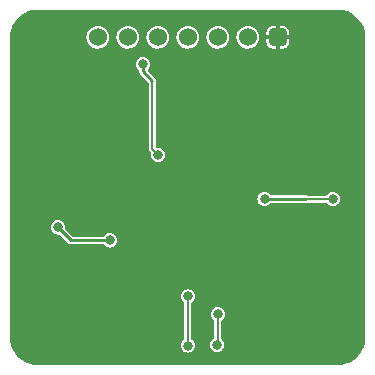
<source format=gbr>
%TF.GenerationSoftware,KiCad,Pcbnew,6.0.4-6f826c9f35~116~ubuntu21.10.1*%
%TF.CreationDate,2023-03-02T20:15:44+02:00*%
%TF.ProjectId,rgbw-light,72676277-2d6c-4696-9768-742e6b696361,rev?*%
%TF.SameCoordinates,Original*%
%TF.FileFunction,Copper,L2,Bot*%
%TF.FilePolarity,Positive*%
%FSLAX46Y46*%
G04 Gerber Fmt 4.6, Leading zero omitted, Abs format (unit mm)*
G04 Created by KiCad (PCBNEW 6.0.4-6f826c9f35~116~ubuntu21.10.1) date 2023-03-02 20:15:44*
%MOMM*%
%LPD*%
G01*
G04 APERTURE LIST*
G04 Aperture macros list*
%AMRoundRect*
0 Rectangle with rounded corners*
0 $1 Rounding radius*
0 $2 $3 $4 $5 $6 $7 $8 $9 X,Y pos of 4 corners*
0 Add a 4 corners polygon primitive as box body*
4,1,4,$2,$3,$4,$5,$6,$7,$8,$9,$2,$3,0*
0 Add four circle primitives for the rounded corners*
1,1,$1+$1,$2,$3*
1,1,$1+$1,$4,$5*
1,1,$1+$1,$6,$7*
1,1,$1+$1,$8,$9*
0 Add four rect primitives between the rounded corners*
20,1,$1+$1,$2,$3,$4,$5,0*
20,1,$1+$1,$4,$5,$6,$7,0*
20,1,$1+$1,$6,$7,$8,$9,0*
20,1,$1+$1,$8,$9,$2,$3,0*%
G04 Aperture macros list end*
%TA.AperFunction,ComponentPad*%
%ADD10RoundRect,0.381000X-0.381000X0.381000X-0.381000X-0.381000X0.381000X-0.381000X0.381000X0.381000X0*%
%TD*%
%TA.AperFunction,ComponentPad*%
%ADD11C,1.524000*%
%TD*%
%TA.AperFunction,ViaPad*%
%ADD12C,0.800000*%
%TD*%
%TA.AperFunction,ViaPad*%
%ADD13C,4.000000*%
%TD*%
%TA.AperFunction,Conductor*%
%ADD14C,0.250000*%
%TD*%
%TA.AperFunction,Conductor*%
%ADD15C,0.200000*%
%TD*%
G04 APERTURE END LIST*
D10*
%TO.P,CN1,1*%
%TO.N,GND*%
X152820000Y-83300000D03*
D11*
%TO.P,CN1,2*%
%TO.N,/Temperature*%
X150280000Y-83300000D03*
%TO.P,CN1,3*%
%TO.N,/W*%
X147740000Y-83300000D03*
%TO.P,CN1,4*%
%TO.N,/B*%
X145200000Y-83300000D03*
%TO.P,CN1,5*%
%TO.N,/G*%
X142660000Y-83300000D03*
%TO.P,CN1,6*%
%TO.N,/R*%
X140120000Y-83300000D03*
%TO.P,CN1,7*%
%TO.N,5V*%
X137580000Y-83300000D03*
%TD*%
D12*
%TO.N,GND*%
X155000000Y-103800000D03*
X151450000Y-93500000D03*
X143950000Y-106500000D03*
X148950000Y-96000000D03*
X141700000Y-96250000D03*
X133700000Y-102500000D03*
X145200000Y-101250000D03*
X149950000Y-90500000D03*
X138200000Y-105500000D03*
X145200000Y-88250000D03*
X137200000Y-95500000D03*
X145950000Y-96000000D03*
X148600000Y-106000000D03*
X152600000Y-106000000D03*
X151200000Y-103750000D03*
D13*
X132500000Y-83300000D03*
D12*
X153200000Y-99000000D03*
D13*
X157900000Y-83300000D03*
D12*
X144450000Y-96000000D03*
D13*
X132500000Y-108700000D03*
D12*
X139450000Y-98750000D03*
X141450000Y-101500000D03*
D13*
X157900000Y-108700000D03*
D12*
X140450000Y-91000000D03*
X148700000Y-101250000D03*
%TO.N,/R*%
X141400000Y-85600000D03*
X142700000Y-93250000D03*
%TO.N,/G*%
X138600000Y-100500000D03*
X134200000Y-99400000D03*
%TO.N,/B*%
X147740000Y-106750000D03*
X147700000Y-109349500D03*
%TO.N,/W*%
X151700000Y-97000000D03*
X157474020Y-97000000D03*
%TO.N,/Temperature*%
X145200000Y-109400000D03*
X145200000Y-105250000D03*
%TD*%
D14*
%TO.N,/G*%
X134200000Y-99400000D02*
X135300000Y-100500000D01*
X135300000Y-100500000D02*
X138600000Y-100500000D01*
%TO.N,/R*%
X141400000Y-85600000D02*
X141400000Y-86187799D01*
X141400000Y-86187799D02*
X142200000Y-86987799D01*
D15*
X142700000Y-93250000D02*
X142200000Y-92750000D01*
X142200000Y-92750000D02*
X142200000Y-86987799D01*
%TO.N,/B*%
X147740000Y-106750000D02*
X147740000Y-109309500D01*
X147740000Y-109309500D02*
X147700000Y-109349500D01*
%TO.N,/W*%
X151700000Y-97000000D02*
X157474020Y-97000000D01*
D14*
X151700000Y-97000000D02*
X155200000Y-97000000D01*
D15*
%TO.N,/Temperature*%
X145200000Y-105250000D02*
X145200000Y-109400000D01*
%TD*%
%TA.AperFunction,Conductor*%
%TO.N,GND*%
G36*
X157888169Y-80963018D02*
G01*
X157899641Y-80965656D01*
X157910517Y-80963195D01*
X157921664Y-80963214D01*
X157921664Y-80963243D01*
X157931772Y-80962422D01*
X158072548Y-80970937D01*
X158176024Y-80977197D01*
X158187880Y-80978636D01*
X158453995Y-81027404D01*
X158465588Y-81030261D01*
X158674696Y-81095422D01*
X158723879Y-81110748D01*
X158735057Y-81114987D01*
X158981763Y-81226020D01*
X158992348Y-81231576D01*
X159223860Y-81371530D01*
X159233699Y-81378321D01*
X159446656Y-81545162D01*
X159455605Y-81553089D01*
X159646911Y-81744395D01*
X159654838Y-81753344D01*
X159821679Y-81966301D01*
X159828470Y-81976140D01*
X159968424Y-82207652D01*
X159973980Y-82218237D01*
X160085013Y-82464943D01*
X160089252Y-82476121D01*
X160097090Y-82501274D01*
X160137823Y-82631988D01*
X160169737Y-82734404D01*
X160172596Y-82746005D01*
X160221364Y-83012122D01*
X160222803Y-83023974D01*
X160237547Y-83267712D01*
X160236724Y-83277627D01*
X160236862Y-83277627D01*
X160236842Y-83288777D01*
X160234344Y-83299641D01*
X160236804Y-83310513D01*
X160237059Y-83311638D01*
X160239500Y-83333488D01*
X160239500Y-108665983D01*
X160236982Y-108688169D01*
X160234344Y-108699641D01*
X160236805Y-108710517D01*
X160236786Y-108721664D01*
X160236757Y-108721664D01*
X160237578Y-108731772D01*
X160222804Y-108976018D01*
X160221364Y-108987880D01*
X160173389Y-109249674D01*
X160172598Y-109253988D01*
X160169739Y-109265588D01*
X160125850Y-109406434D01*
X160089252Y-109523879D01*
X160085013Y-109535057D01*
X159973980Y-109781763D01*
X159968424Y-109792348D01*
X159828470Y-110023860D01*
X159821679Y-110033699D01*
X159654838Y-110246656D01*
X159646911Y-110255605D01*
X159455605Y-110446911D01*
X159446656Y-110454838D01*
X159233699Y-110621679D01*
X159223860Y-110628470D01*
X158992348Y-110768424D01*
X158981763Y-110773980D01*
X158735057Y-110885013D01*
X158723879Y-110889252D01*
X158465588Y-110969739D01*
X158453995Y-110972596D01*
X158187878Y-111021364D01*
X158176026Y-111022803D01*
X157932287Y-111037547D01*
X157922373Y-111036724D01*
X157922373Y-111036862D01*
X157911223Y-111036842D01*
X157900359Y-111034344D01*
X157888359Y-111037059D01*
X157866512Y-111039500D01*
X132534017Y-111039500D01*
X132511831Y-111036982D01*
X132511801Y-111036975D01*
X132500359Y-111034344D01*
X132489483Y-111036805D01*
X132478336Y-111036786D01*
X132478336Y-111036757D01*
X132468228Y-111037578D01*
X132327452Y-111029063D01*
X132223976Y-111022803D01*
X132212120Y-111021364D01*
X131946005Y-110972596D01*
X131934412Y-110969739D01*
X131676121Y-110889252D01*
X131664943Y-110885013D01*
X131418237Y-110773980D01*
X131407652Y-110768424D01*
X131176140Y-110628470D01*
X131166301Y-110621679D01*
X130953344Y-110454838D01*
X130944395Y-110446911D01*
X130753089Y-110255605D01*
X130745162Y-110246656D01*
X130578321Y-110033699D01*
X130571530Y-110023860D01*
X130431576Y-109792348D01*
X130426020Y-109781763D01*
X130314987Y-109535057D01*
X130310748Y-109523879D01*
X130274150Y-109406434D01*
X130272145Y-109400000D01*
X144594318Y-109400000D01*
X144614956Y-109556762D01*
X144675464Y-109702841D01*
X144771718Y-109828282D01*
X144897159Y-109924536D01*
X145043238Y-109985044D01*
X145200000Y-110005682D01*
X145356762Y-109985044D01*
X145502841Y-109924536D01*
X145628282Y-109828282D01*
X145724536Y-109702841D01*
X145785044Y-109556762D01*
X145805682Y-109400000D01*
X145799034Y-109349500D01*
X147094318Y-109349500D01*
X147114956Y-109506262D01*
X147175464Y-109652341D01*
X147271718Y-109777782D01*
X147397159Y-109874036D01*
X147543238Y-109934544D01*
X147700000Y-109955182D01*
X147856762Y-109934544D01*
X148002841Y-109874036D01*
X148128282Y-109777782D01*
X148224536Y-109652341D01*
X148285044Y-109506262D01*
X148305682Y-109349500D01*
X148285044Y-109192738D01*
X148224536Y-109046659D01*
X148128282Y-108921218D01*
X148079233Y-108883581D01*
X148044577Y-108833158D01*
X148040500Y-108805040D01*
X148040500Y-107325154D01*
X148059407Y-107266963D01*
X148079232Y-107246612D01*
X148168282Y-107178282D01*
X148264536Y-107052841D01*
X148325044Y-106906762D01*
X148345682Y-106750000D01*
X148325044Y-106593238D01*
X148264536Y-106447159D01*
X148168282Y-106321718D01*
X148042841Y-106225464D01*
X147896762Y-106164956D01*
X147740000Y-106144318D01*
X147583238Y-106164956D01*
X147437159Y-106225464D01*
X147311718Y-106321718D01*
X147215464Y-106447159D01*
X147154956Y-106593238D01*
X147134318Y-106750000D01*
X147154956Y-106906762D01*
X147215464Y-107052841D01*
X147311718Y-107178282D01*
X147400768Y-107246612D01*
X147435423Y-107297037D01*
X147439500Y-107325154D01*
X147439500Y-108744339D01*
X147420593Y-108802530D01*
X147396553Y-108824175D01*
X147397159Y-108824964D01*
X147271718Y-108921218D01*
X147175464Y-109046659D01*
X147114956Y-109192738D01*
X147094318Y-109349500D01*
X145799034Y-109349500D01*
X145785044Y-109243238D01*
X145724536Y-109097159D01*
X145628282Y-108971718D01*
X145539232Y-108903387D01*
X145504577Y-108852963D01*
X145500500Y-108824846D01*
X145500500Y-105825154D01*
X145519407Y-105766963D01*
X145539232Y-105746612D01*
X145628282Y-105678282D01*
X145724536Y-105552841D01*
X145785044Y-105406762D01*
X145805682Y-105250000D01*
X145785044Y-105093238D01*
X145724536Y-104947159D01*
X145628282Y-104821718D01*
X145502841Y-104725464D01*
X145356762Y-104664956D01*
X145200000Y-104644318D01*
X145043238Y-104664956D01*
X144897159Y-104725464D01*
X144771718Y-104821718D01*
X144675464Y-104947159D01*
X144614956Y-105093238D01*
X144594318Y-105250000D01*
X144614956Y-105406762D01*
X144675464Y-105552841D01*
X144771718Y-105678282D01*
X144860768Y-105746612D01*
X144895423Y-105797037D01*
X144899500Y-105825154D01*
X144899500Y-108824846D01*
X144880593Y-108883037D01*
X144860769Y-108903387D01*
X144771718Y-108971718D01*
X144675464Y-109097159D01*
X144614956Y-109243238D01*
X144594318Y-109400000D01*
X130272145Y-109400000D01*
X130230261Y-109265588D01*
X130227402Y-109253988D01*
X130226612Y-109249674D01*
X130178636Y-108987880D01*
X130177196Y-108976018D01*
X130162469Y-108732548D01*
X130164207Y-108711810D01*
X130163747Y-108711757D01*
X130164389Y-108706179D01*
X130165655Y-108700718D01*
X130165656Y-108700000D01*
X130164412Y-108694545D01*
X130162980Y-108688266D01*
X130160500Y-108666248D01*
X130160500Y-99400000D01*
X133594318Y-99400000D01*
X133614956Y-99556762D01*
X133675464Y-99702841D01*
X133771718Y-99828282D01*
X133897159Y-99924536D01*
X134043238Y-99985044D01*
X134200000Y-100005682D01*
X134280042Y-99995144D01*
X134340201Y-100006294D01*
X134362967Y-100023293D01*
X135056731Y-100717057D01*
X135062565Y-100723424D01*
X135087545Y-100753194D01*
X135121205Y-100772627D01*
X135128489Y-100777268D01*
X135160316Y-100799554D01*
X135168684Y-100801796D01*
X135173971Y-100804262D01*
X135179456Y-100806258D01*
X135186955Y-100810588D01*
X135195481Y-100812091D01*
X135195483Y-100812092D01*
X135225216Y-100817334D01*
X135233650Y-100819204D01*
X135271193Y-100829264D01*
X135279822Y-100828509D01*
X135309905Y-100825877D01*
X135318534Y-100825500D01*
X138044030Y-100825500D01*
X138102221Y-100844407D01*
X138122571Y-100864232D01*
X138171718Y-100928282D01*
X138297159Y-101024536D01*
X138443238Y-101085044D01*
X138600000Y-101105682D01*
X138756762Y-101085044D01*
X138902841Y-101024536D01*
X139028282Y-100928282D01*
X139124536Y-100802841D01*
X139185044Y-100656762D01*
X139205682Y-100500000D01*
X139185044Y-100343238D01*
X139124536Y-100197159D01*
X139028282Y-100071718D01*
X138902841Y-99975464D01*
X138756762Y-99914956D01*
X138600000Y-99894318D01*
X138443238Y-99914956D01*
X138297159Y-99975464D01*
X138171718Y-100071718D01*
X138167764Y-100076871D01*
X138122572Y-100135767D01*
X138072148Y-100170423D01*
X138044030Y-100174500D01*
X135475834Y-100174500D01*
X135417643Y-100155593D01*
X135405830Y-100145504D01*
X134823293Y-99562967D01*
X134795516Y-99508450D01*
X134795144Y-99480045D01*
X134805682Y-99400000D01*
X134785044Y-99243238D01*
X134724536Y-99097159D01*
X134628282Y-98971718D01*
X134502841Y-98875464D01*
X134356762Y-98814956D01*
X134200000Y-98794318D01*
X134043238Y-98814956D01*
X133897159Y-98875464D01*
X133771718Y-98971718D01*
X133675464Y-99097159D01*
X133614956Y-99243238D01*
X133594318Y-99400000D01*
X130160500Y-99400000D01*
X130160500Y-97000000D01*
X151094318Y-97000000D01*
X151114956Y-97156762D01*
X151175464Y-97302841D01*
X151271718Y-97428282D01*
X151397159Y-97524536D01*
X151543238Y-97585044D01*
X151700000Y-97605682D01*
X151856762Y-97585044D01*
X152002841Y-97524536D01*
X152128282Y-97428282D01*
X152177429Y-97364233D01*
X152227852Y-97329577D01*
X152255970Y-97325500D01*
X155228475Y-97325500D01*
X155313045Y-97310588D01*
X155320272Y-97306415D01*
X155353821Y-97300500D01*
X156898866Y-97300500D01*
X156957057Y-97319407D01*
X156977407Y-97339231D01*
X157045738Y-97428282D01*
X157171179Y-97524536D01*
X157317258Y-97585044D01*
X157474020Y-97605682D01*
X157630782Y-97585044D01*
X157776861Y-97524536D01*
X157902302Y-97428282D01*
X157998556Y-97302841D01*
X158059064Y-97156762D01*
X158079702Y-97000000D01*
X158059064Y-96843238D01*
X157998556Y-96697159D01*
X157902302Y-96571718D01*
X157776861Y-96475464D01*
X157630782Y-96414956D01*
X157474020Y-96394318D01*
X157317258Y-96414956D01*
X157171179Y-96475464D01*
X157045738Y-96571718D01*
X156996592Y-96635767D01*
X156977408Y-96660768D01*
X156926983Y-96695423D01*
X156898866Y-96699500D01*
X155353821Y-96699500D01*
X155320272Y-96693585D01*
X155313045Y-96689412D01*
X155228475Y-96674500D01*
X152255970Y-96674500D01*
X152197779Y-96655593D01*
X152177428Y-96635767D01*
X152132236Y-96576871D01*
X152128282Y-96571718D01*
X152002841Y-96475464D01*
X151856762Y-96414956D01*
X151700000Y-96394318D01*
X151543238Y-96414956D01*
X151397159Y-96475464D01*
X151271718Y-96571718D01*
X151175464Y-96697159D01*
X151114956Y-96843238D01*
X151094318Y-97000000D01*
X130160500Y-97000000D01*
X130160500Y-85600000D01*
X140794318Y-85600000D01*
X140814956Y-85756762D01*
X140875464Y-85902841D01*
X140971718Y-86028282D01*
X140995427Y-86046474D01*
X141035767Y-86077428D01*
X141070423Y-86127852D01*
X141074500Y-86155970D01*
X141074500Y-86169265D01*
X141074123Y-86177894D01*
X141070736Y-86216606D01*
X141072978Y-86224973D01*
X141080796Y-86254148D01*
X141082666Y-86262582D01*
X141089412Y-86300844D01*
X141093742Y-86308343D01*
X141095738Y-86313828D01*
X141098204Y-86319115D01*
X141100446Y-86327483D01*
X141121013Y-86356855D01*
X141122732Y-86359310D01*
X141127371Y-86366591D01*
X141146806Y-86400254D01*
X141176571Y-86425230D01*
X141182939Y-86431064D01*
X141870504Y-87118629D01*
X141898281Y-87173146D01*
X141899500Y-87188633D01*
X141899500Y-92696492D01*
X141899197Y-92700617D01*
X141897575Y-92705342D01*
X141897918Y-92714476D01*
X141899430Y-92754761D01*
X141899500Y-92758474D01*
X141899500Y-92777948D01*
X141900325Y-92782378D01*
X141900661Y-92787571D01*
X141901774Y-92817208D01*
X141905380Y-92825602D01*
X141905381Y-92825605D01*
X141906317Y-92827783D01*
X141912683Y-92848734D01*
X141914791Y-92860053D01*
X141919588Y-92867835D01*
X141928768Y-92882728D01*
X141935451Y-92895595D01*
X141945964Y-92920063D01*
X141949978Y-92924949D01*
X141954342Y-92929313D01*
X141968613Y-92947368D01*
X141973532Y-92955348D01*
X141996769Y-92973018D01*
X142006839Y-92981810D01*
X142080820Y-93055791D01*
X142108597Y-93110308D01*
X142108969Y-93138714D01*
X142094318Y-93250000D01*
X142114956Y-93406762D01*
X142175464Y-93552841D01*
X142271718Y-93678282D01*
X142397159Y-93774536D01*
X142543238Y-93835044D01*
X142700000Y-93855682D01*
X142856762Y-93835044D01*
X143002841Y-93774536D01*
X143128282Y-93678282D01*
X143224536Y-93552841D01*
X143285044Y-93406762D01*
X143305682Y-93250000D01*
X143285044Y-93093238D01*
X143224536Y-92947159D01*
X143128282Y-92821718D01*
X143002841Y-92725464D01*
X142856762Y-92664956D01*
X142700000Y-92644318D01*
X142612421Y-92655848D01*
X142552261Y-92644698D01*
X142510144Y-92600316D01*
X142500500Y-92557695D01*
X142500500Y-87135523D01*
X142509775Y-87093685D01*
X142515599Y-87081195D01*
X142515600Y-87081192D01*
X142519259Y-87073345D01*
X142529264Y-86958992D01*
X142499554Y-86848115D01*
X142450298Y-86777771D01*
X141833950Y-86161423D01*
X141806173Y-86106906D01*
X141815744Y-86046474D01*
X141828718Y-86028616D01*
X141828282Y-86028282D01*
X141920585Y-85907990D01*
X141924536Y-85902841D01*
X141985044Y-85756762D01*
X142005682Y-85600000D01*
X141985044Y-85443238D01*
X141924536Y-85297159D01*
X141828282Y-85171718D01*
X141702841Y-85075464D01*
X141556762Y-85014956D01*
X141400000Y-84994318D01*
X141243238Y-85014956D01*
X141097159Y-85075464D01*
X140971718Y-85171718D01*
X140875464Y-85297159D01*
X140814956Y-85443238D01*
X140794318Y-85600000D01*
X130160500Y-85600000D01*
X130160500Y-83334281D01*
X130163057Y-83311926D01*
X130163141Y-83311565D01*
X130165655Y-83300718D01*
X130165656Y-83300000D01*
X130164413Y-83294549D01*
X130163791Y-83288995D01*
X130164159Y-83288954D01*
X130163957Y-83286496D01*
X136612937Y-83286496D01*
X136615954Y-83322427D01*
X136627984Y-83465680D01*
X136628732Y-83474590D01*
X136630065Y-83479238D01*
X136630065Y-83479239D01*
X136640111Y-83514272D01*
X136680760Y-83656034D01*
X136682975Y-83660344D01*
X136764827Y-83819612D01*
X136764830Y-83819616D01*
X136767040Y-83823917D01*
X136884285Y-83971844D01*
X136887972Y-83974982D01*
X136887974Y-83974984D01*
X137024342Y-84091042D01*
X137024347Y-84091045D01*
X137028030Y-84094180D01*
X137032253Y-84096540D01*
X137032257Y-84096543D01*
X137072046Y-84118780D01*
X137192800Y-84186267D01*
X137207321Y-84190985D01*
X137367718Y-84243101D01*
X137367721Y-84243102D01*
X137372317Y-84244595D01*
X137377113Y-84245167D01*
X137377118Y-84245168D01*
X137466031Y-84255770D01*
X137559745Y-84266945D01*
X137564567Y-84266574D01*
X137564570Y-84266574D01*
X137629522Y-84261576D01*
X137747945Y-84252464D01*
X137929748Y-84201703D01*
X138098229Y-84116598D01*
X138246970Y-84000388D01*
X138250132Y-83996725D01*
X138250137Y-83996720D01*
X138367143Y-83861166D01*
X138370307Y-83857501D01*
X138381007Y-83838667D01*
X138461153Y-83697584D01*
X138461154Y-83697581D01*
X138463542Y-83693378D01*
X138477515Y-83651376D01*
X138521596Y-83518863D01*
X138521596Y-83518861D01*
X138523123Y-83514272D01*
X138546780Y-83327005D01*
X138547157Y-83300000D01*
X138545833Y-83286496D01*
X139152937Y-83286496D01*
X139155954Y-83322427D01*
X139167984Y-83465680D01*
X139168732Y-83474590D01*
X139170065Y-83479238D01*
X139170065Y-83479239D01*
X139180111Y-83514272D01*
X139220760Y-83656034D01*
X139222975Y-83660344D01*
X139304827Y-83819612D01*
X139304830Y-83819616D01*
X139307040Y-83823917D01*
X139424285Y-83971844D01*
X139427972Y-83974982D01*
X139427974Y-83974984D01*
X139564342Y-84091042D01*
X139564347Y-84091045D01*
X139568030Y-84094180D01*
X139572253Y-84096540D01*
X139572257Y-84096543D01*
X139612046Y-84118780D01*
X139732800Y-84186267D01*
X139747321Y-84190985D01*
X139907718Y-84243101D01*
X139907721Y-84243102D01*
X139912317Y-84244595D01*
X139917113Y-84245167D01*
X139917118Y-84245168D01*
X140006031Y-84255770D01*
X140099745Y-84266945D01*
X140104567Y-84266574D01*
X140104570Y-84266574D01*
X140169522Y-84261576D01*
X140287945Y-84252464D01*
X140469748Y-84201703D01*
X140638229Y-84116598D01*
X140786970Y-84000388D01*
X140790132Y-83996725D01*
X140790137Y-83996720D01*
X140907143Y-83861166D01*
X140910307Y-83857501D01*
X140921007Y-83838667D01*
X141001153Y-83697584D01*
X141001154Y-83697581D01*
X141003542Y-83693378D01*
X141017515Y-83651376D01*
X141061596Y-83518863D01*
X141061596Y-83518861D01*
X141063123Y-83514272D01*
X141086780Y-83327005D01*
X141087157Y-83300000D01*
X141085833Y-83286496D01*
X141692937Y-83286496D01*
X141695954Y-83322427D01*
X141707984Y-83465680D01*
X141708732Y-83474590D01*
X141710065Y-83479238D01*
X141710065Y-83479239D01*
X141720111Y-83514272D01*
X141760760Y-83656034D01*
X141762975Y-83660344D01*
X141844827Y-83819612D01*
X141844830Y-83819616D01*
X141847040Y-83823917D01*
X141964285Y-83971844D01*
X141967972Y-83974982D01*
X141967974Y-83974984D01*
X142104342Y-84091042D01*
X142104347Y-84091045D01*
X142108030Y-84094180D01*
X142112253Y-84096540D01*
X142112257Y-84096543D01*
X142152046Y-84118780D01*
X142272800Y-84186267D01*
X142287321Y-84190985D01*
X142447718Y-84243101D01*
X142447721Y-84243102D01*
X142452317Y-84244595D01*
X142457113Y-84245167D01*
X142457118Y-84245168D01*
X142546031Y-84255770D01*
X142639745Y-84266945D01*
X142644567Y-84266574D01*
X142644570Y-84266574D01*
X142709522Y-84261576D01*
X142827945Y-84252464D01*
X143009748Y-84201703D01*
X143178229Y-84116598D01*
X143326970Y-84000388D01*
X143330132Y-83996725D01*
X143330137Y-83996720D01*
X143447143Y-83861166D01*
X143450307Y-83857501D01*
X143461007Y-83838667D01*
X143541153Y-83697584D01*
X143541154Y-83697581D01*
X143543542Y-83693378D01*
X143557515Y-83651376D01*
X143601596Y-83518863D01*
X143601596Y-83518861D01*
X143603123Y-83514272D01*
X143626780Y-83327005D01*
X143627157Y-83300000D01*
X143625833Y-83286496D01*
X144232937Y-83286496D01*
X144235954Y-83322427D01*
X144247984Y-83465680D01*
X144248732Y-83474590D01*
X144250065Y-83479238D01*
X144250065Y-83479239D01*
X144260111Y-83514272D01*
X144300760Y-83656034D01*
X144302975Y-83660344D01*
X144384827Y-83819612D01*
X144384830Y-83819616D01*
X144387040Y-83823917D01*
X144504285Y-83971844D01*
X144507972Y-83974982D01*
X144507974Y-83974984D01*
X144644342Y-84091042D01*
X144644347Y-84091045D01*
X144648030Y-84094180D01*
X144652253Y-84096540D01*
X144652257Y-84096543D01*
X144692046Y-84118780D01*
X144812800Y-84186267D01*
X144827321Y-84190985D01*
X144987718Y-84243101D01*
X144987721Y-84243102D01*
X144992317Y-84244595D01*
X144997113Y-84245167D01*
X144997118Y-84245168D01*
X145086031Y-84255770D01*
X145179745Y-84266945D01*
X145184567Y-84266574D01*
X145184570Y-84266574D01*
X145249522Y-84261576D01*
X145367945Y-84252464D01*
X145549748Y-84201703D01*
X145718229Y-84116598D01*
X145866970Y-84000388D01*
X145870132Y-83996725D01*
X145870137Y-83996720D01*
X145987143Y-83861166D01*
X145990307Y-83857501D01*
X146001007Y-83838667D01*
X146081153Y-83697584D01*
X146081154Y-83697581D01*
X146083542Y-83693378D01*
X146097515Y-83651376D01*
X146141596Y-83518863D01*
X146141596Y-83518861D01*
X146143123Y-83514272D01*
X146166780Y-83327005D01*
X146167157Y-83300000D01*
X146165833Y-83286496D01*
X146772937Y-83286496D01*
X146775954Y-83322427D01*
X146787984Y-83465680D01*
X146788732Y-83474590D01*
X146790065Y-83479238D01*
X146790065Y-83479239D01*
X146800111Y-83514272D01*
X146840760Y-83656034D01*
X146842975Y-83660344D01*
X146924827Y-83819612D01*
X146924830Y-83819616D01*
X146927040Y-83823917D01*
X147044285Y-83971844D01*
X147047972Y-83974982D01*
X147047974Y-83974984D01*
X147184342Y-84091042D01*
X147184347Y-84091045D01*
X147188030Y-84094180D01*
X147192253Y-84096540D01*
X147192257Y-84096543D01*
X147232046Y-84118780D01*
X147352800Y-84186267D01*
X147367321Y-84190985D01*
X147527718Y-84243101D01*
X147527721Y-84243102D01*
X147532317Y-84244595D01*
X147537113Y-84245167D01*
X147537118Y-84245168D01*
X147626031Y-84255770D01*
X147719745Y-84266945D01*
X147724567Y-84266574D01*
X147724570Y-84266574D01*
X147789522Y-84261576D01*
X147907945Y-84252464D01*
X148089748Y-84201703D01*
X148258229Y-84116598D01*
X148406970Y-84000388D01*
X148410132Y-83996725D01*
X148410137Y-83996720D01*
X148527143Y-83861166D01*
X148530307Y-83857501D01*
X148541007Y-83838667D01*
X148621153Y-83697584D01*
X148621154Y-83697581D01*
X148623542Y-83693378D01*
X148637515Y-83651376D01*
X148681596Y-83518863D01*
X148681596Y-83518861D01*
X148683123Y-83514272D01*
X148706780Y-83327005D01*
X148707157Y-83300000D01*
X148705833Y-83286496D01*
X149312937Y-83286496D01*
X149315954Y-83322427D01*
X149327984Y-83465680D01*
X149328732Y-83474590D01*
X149330065Y-83479238D01*
X149330065Y-83479239D01*
X149340111Y-83514272D01*
X149380760Y-83656034D01*
X149382975Y-83660344D01*
X149464827Y-83819612D01*
X149464830Y-83819616D01*
X149467040Y-83823917D01*
X149584285Y-83971844D01*
X149587972Y-83974982D01*
X149587974Y-83974984D01*
X149724342Y-84091042D01*
X149724347Y-84091045D01*
X149728030Y-84094180D01*
X149732253Y-84096540D01*
X149732257Y-84096543D01*
X149772046Y-84118780D01*
X149892800Y-84186267D01*
X149907321Y-84190985D01*
X150067718Y-84243101D01*
X150067721Y-84243102D01*
X150072317Y-84244595D01*
X150077113Y-84245167D01*
X150077118Y-84245168D01*
X150166031Y-84255770D01*
X150259745Y-84266945D01*
X150264567Y-84266574D01*
X150264570Y-84266574D01*
X150329522Y-84261576D01*
X150447945Y-84252464D01*
X150629748Y-84201703D01*
X150798229Y-84116598D01*
X150946970Y-84000388D01*
X150950132Y-83996725D01*
X150950137Y-83996720D01*
X151067143Y-83861166D01*
X151070307Y-83857501D01*
X151081007Y-83838667D01*
X151150786Y-83715834D01*
X151858001Y-83715834D01*
X151858424Y-83722292D01*
X151872108Y-83826236D01*
X151875439Y-83838667D01*
X151929015Y-83968012D01*
X151935449Y-83979156D01*
X152020672Y-84090221D01*
X152029779Y-84099328D01*
X152140845Y-84184551D01*
X152151989Y-84190985D01*
X152281332Y-84244561D01*
X152293765Y-84247892D01*
X152397710Y-84261577D01*
X152404164Y-84262000D01*
X152654320Y-84262000D01*
X152667005Y-84257878D01*
X152670000Y-84253757D01*
X152670000Y-84246319D01*
X152970000Y-84246319D01*
X152974122Y-84259004D01*
X152978243Y-84261999D01*
X153235834Y-84261999D01*
X153242292Y-84261576D01*
X153346236Y-84247892D01*
X153358667Y-84244561D01*
X153488012Y-84190985D01*
X153499156Y-84184551D01*
X153610221Y-84099328D01*
X153619328Y-84090221D01*
X153704551Y-83979155D01*
X153710985Y-83968011D01*
X153764561Y-83838668D01*
X153767892Y-83826235D01*
X153781577Y-83722290D01*
X153782000Y-83715836D01*
X153782000Y-83465680D01*
X153777878Y-83452995D01*
X153773757Y-83450000D01*
X152985680Y-83450000D01*
X152972995Y-83454122D01*
X152970000Y-83458243D01*
X152970000Y-84246319D01*
X152670000Y-84246319D01*
X152670000Y-83465680D01*
X152665878Y-83452995D01*
X152661757Y-83450000D01*
X151873681Y-83450000D01*
X151860996Y-83454122D01*
X151858001Y-83458243D01*
X151858001Y-83715834D01*
X151150786Y-83715834D01*
X151161153Y-83697584D01*
X151161154Y-83697581D01*
X151163542Y-83693378D01*
X151177515Y-83651376D01*
X151221596Y-83518863D01*
X151221596Y-83518861D01*
X151223123Y-83514272D01*
X151246780Y-83327005D01*
X151247157Y-83300000D01*
X151232156Y-83147005D01*
X151230912Y-83134320D01*
X151858000Y-83134320D01*
X151862122Y-83147005D01*
X151866243Y-83150000D01*
X152654320Y-83150000D01*
X152667005Y-83145878D01*
X152670000Y-83141757D01*
X152670000Y-83134320D01*
X152970000Y-83134320D01*
X152974122Y-83147005D01*
X152978243Y-83150000D01*
X153766319Y-83150000D01*
X153779004Y-83145878D01*
X153781999Y-83141757D01*
X153781999Y-82884166D01*
X153781576Y-82877708D01*
X153767892Y-82773764D01*
X153764561Y-82761333D01*
X153710985Y-82631988D01*
X153704551Y-82620844D01*
X153619328Y-82509779D01*
X153610221Y-82500672D01*
X153499155Y-82415449D01*
X153488011Y-82409015D01*
X153358668Y-82355439D01*
X153346235Y-82352108D01*
X153242290Y-82338423D01*
X153235836Y-82338000D01*
X152985680Y-82338000D01*
X152972995Y-82342122D01*
X152970000Y-82346243D01*
X152970000Y-83134320D01*
X152670000Y-83134320D01*
X152670000Y-82353681D01*
X152665878Y-82340996D01*
X152661757Y-82338001D01*
X152404166Y-82338001D01*
X152397708Y-82338424D01*
X152293764Y-82352108D01*
X152281333Y-82355439D01*
X152151988Y-82409015D01*
X152140844Y-82415449D01*
X152029779Y-82500672D01*
X152020672Y-82509779D01*
X151935449Y-82620845D01*
X151929015Y-82631989D01*
X151875439Y-82761332D01*
X151872108Y-82773765D01*
X151858423Y-82877710D01*
X151858000Y-82884164D01*
X151858000Y-83134320D01*
X151230912Y-83134320D01*
X151229210Y-83116955D01*
X151229209Y-83116951D01*
X151228738Y-83112145D01*
X151174181Y-82931445D01*
X151085566Y-82764783D01*
X150966266Y-82618508D01*
X150820827Y-82498191D01*
X150654788Y-82408414D01*
X150474474Y-82352597D01*
X150462524Y-82351341D01*
X150291568Y-82333373D01*
X150291566Y-82333373D01*
X150286752Y-82332867D01*
X150231883Y-82337860D01*
X150103592Y-82349535D01*
X150103588Y-82349536D01*
X150098773Y-82349974D01*
X150080205Y-82355439D01*
X149922344Y-82401900D01*
X149922341Y-82401901D01*
X149917697Y-82403268D01*
X149894397Y-82415449D01*
X149754717Y-82488471D01*
X149754713Y-82488474D01*
X149750420Y-82490718D01*
X149746644Y-82493754D01*
X149746641Y-82493756D01*
X149607088Y-82605960D01*
X149603316Y-82608993D01*
X149600207Y-82612698D01*
X149600204Y-82612701D01*
X149535996Y-82689221D01*
X149481986Y-82753588D01*
X149391052Y-82918996D01*
X149333978Y-83098917D01*
X149332494Y-83112145D01*
X149315015Y-83267973D01*
X149312937Y-83286496D01*
X148705833Y-83286496D01*
X148692156Y-83147005D01*
X148689210Y-83116955D01*
X148689209Y-83116951D01*
X148688738Y-83112145D01*
X148634181Y-82931445D01*
X148545566Y-82764783D01*
X148426266Y-82618508D01*
X148280827Y-82498191D01*
X148114788Y-82408414D01*
X147934474Y-82352597D01*
X147922524Y-82351341D01*
X147751568Y-82333373D01*
X147751566Y-82333373D01*
X147746752Y-82332867D01*
X147691883Y-82337860D01*
X147563592Y-82349535D01*
X147563588Y-82349536D01*
X147558773Y-82349974D01*
X147540205Y-82355439D01*
X147382344Y-82401900D01*
X147382341Y-82401901D01*
X147377697Y-82403268D01*
X147354397Y-82415449D01*
X147214717Y-82488471D01*
X147214713Y-82488474D01*
X147210420Y-82490718D01*
X147206644Y-82493754D01*
X147206641Y-82493756D01*
X147067088Y-82605960D01*
X147063316Y-82608993D01*
X147060207Y-82612698D01*
X147060204Y-82612701D01*
X146995996Y-82689221D01*
X146941986Y-82753588D01*
X146851052Y-82918996D01*
X146793978Y-83098917D01*
X146792494Y-83112145D01*
X146775015Y-83267973D01*
X146772937Y-83286496D01*
X146165833Y-83286496D01*
X146152156Y-83147005D01*
X146149210Y-83116955D01*
X146149209Y-83116951D01*
X146148738Y-83112145D01*
X146094181Y-82931445D01*
X146005566Y-82764783D01*
X145886266Y-82618508D01*
X145740827Y-82498191D01*
X145574788Y-82408414D01*
X145394474Y-82352597D01*
X145382524Y-82351341D01*
X145211568Y-82333373D01*
X145211566Y-82333373D01*
X145206752Y-82332867D01*
X145151883Y-82337860D01*
X145023592Y-82349535D01*
X145023588Y-82349536D01*
X145018773Y-82349974D01*
X145000205Y-82355439D01*
X144842344Y-82401900D01*
X144842341Y-82401901D01*
X144837697Y-82403268D01*
X144814397Y-82415449D01*
X144674717Y-82488471D01*
X144674713Y-82488474D01*
X144670420Y-82490718D01*
X144666644Y-82493754D01*
X144666641Y-82493756D01*
X144527088Y-82605960D01*
X144523316Y-82608993D01*
X144520207Y-82612698D01*
X144520204Y-82612701D01*
X144455996Y-82689221D01*
X144401986Y-82753588D01*
X144311052Y-82918996D01*
X144253978Y-83098917D01*
X144252494Y-83112145D01*
X144235015Y-83267973D01*
X144232937Y-83286496D01*
X143625833Y-83286496D01*
X143612156Y-83147005D01*
X143609210Y-83116955D01*
X143609209Y-83116951D01*
X143608738Y-83112145D01*
X143554181Y-82931445D01*
X143465566Y-82764783D01*
X143346266Y-82618508D01*
X143200827Y-82498191D01*
X143034788Y-82408414D01*
X142854474Y-82352597D01*
X142842524Y-82351341D01*
X142671568Y-82333373D01*
X142671566Y-82333373D01*
X142666752Y-82332867D01*
X142611883Y-82337860D01*
X142483592Y-82349535D01*
X142483588Y-82349536D01*
X142478773Y-82349974D01*
X142460205Y-82355439D01*
X142302344Y-82401900D01*
X142302341Y-82401901D01*
X142297697Y-82403268D01*
X142274397Y-82415449D01*
X142134717Y-82488471D01*
X142134713Y-82488474D01*
X142130420Y-82490718D01*
X142126644Y-82493754D01*
X142126641Y-82493756D01*
X141987088Y-82605960D01*
X141983316Y-82608993D01*
X141980207Y-82612698D01*
X141980204Y-82612701D01*
X141915996Y-82689221D01*
X141861986Y-82753588D01*
X141771052Y-82918996D01*
X141713978Y-83098917D01*
X141712494Y-83112145D01*
X141695015Y-83267973D01*
X141692937Y-83286496D01*
X141085833Y-83286496D01*
X141072156Y-83147005D01*
X141069210Y-83116955D01*
X141069209Y-83116951D01*
X141068738Y-83112145D01*
X141014181Y-82931445D01*
X140925566Y-82764783D01*
X140806266Y-82618508D01*
X140660827Y-82498191D01*
X140494788Y-82408414D01*
X140314474Y-82352597D01*
X140302524Y-82351341D01*
X140131568Y-82333373D01*
X140131566Y-82333373D01*
X140126752Y-82332867D01*
X140071883Y-82337860D01*
X139943592Y-82349535D01*
X139943588Y-82349536D01*
X139938773Y-82349974D01*
X139920205Y-82355439D01*
X139762344Y-82401900D01*
X139762341Y-82401901D01*
X139757697Y-82403268D01*
X139734397Y-82415449D01*
X139594717Y-82488471D01*
X139594713Y-82488474D01*
X139590420Y-82490718D01*
X139586644Y-82493754D01*
X139586641Y-82493756D01*
X139447088Y-82605960D01*
X139443316Y-82608993D01*
X139440207Y-82612698D01*
X139440204Y-82612701D01*
X139375996Y-82689221D01*
X139321986Y-82753588D01*
X139231052Y-82918996D01*
X139173978Y-83098917D01*
X139172494Y-83112145D01*
X139155015Y-83267973D01*
X139152937Y-83286496D01*
X138545833Y-83286496D01*
X138532156Y-83147005D01*
X138529210Y-83116955D01*
X138529209Y-83116951D01*
X138528738Y-83112145D01*
X138474181Y-82931445D01*
X138385566Y-82764783D01*
X138266266Y-82618508D01*
X138120827Y-82498191D01*
X137954788Y-82408414D01*
X137774474Y-82352597D01*
X137762524Y-82351341D01*
X137591568Y-82333373D01*
X137591566Y-82333373D01*
X137586752Y-82332867D01*
X137531883Y-82337860D01*
X137403592Y-82349535D01*
X137403588Y-82349536D01*
X137398773Y-82349974D01*
X137380205Y-82355439D01*
X137222344Y-82401900D01*
X137222341Y-82401901D01*
X137217697Y-82403268D01*
X137194397Y-82415449D01*
X137054717Y-82488471D01*
X137054713Y-82488474D01*
X137050420Y-82490718D01*
X137046644Y-82493754D01*
X137046641Y-82493756D01*
X136907088Y-82605960D01*
X136903316Y-82608993D01*
X136900207Y-82612698D01*
X136900204Y-82612701D01*
X136835996Y-82689221D01*
X136781986Y-82753588D01*
X136691052Y-82918996D01*
X136633978Y-83098917D01*
X136632494Y-83112145D01*
X136615015Y-83267973D01*
X136612937Y-83286496D01*
X130163957Y-83286496D01*
X130162438Y-83267973D01*
X130170522Y-83134320D01*
X130177197Y-83023974D01*
X130178636Y-83012122D01*
X130227404Y-82746005D01*
X130230263Y-82734404D01*
X130262178Y-82631988D01*
X130302910Y-82501274D01*
X130310748Y-82476121D01*
X130314987Y-82464943D01*
X130426020Y-82218237D01*
X130431576Y-82207652D01*
X130571530Y-81976140D01*
X130578321Y-81966301D01*
X130745162Y-81753344D01*
X130753089Y-81744395D01*
X130944395Y-81553089D01*
X130953344Y-81545162D01*
X131166301Y-81378321D01*
X131176140Y-81371530D01*
X131407652Y-81231576D01*
X131418237Y-81226020D01*
X131664943Y-81114987D01*
X131676121Y-81110748D01*
X131725304Y-81095422D01*
X131934412Y-81030261D01*
X131946005Y-81027404D01*
X132212122Y-80978636D01*
X132223974Y-80977197D01*
X132467713Y-80962453D01*
X132477627Y-80963276D01*
X132477627Y-80963138D01*
X132488777Y-80963158D01*
X132499641Y-80965656D01*
X132511641Y-80962941D01*
X132533488Y-80960500D01*
X157865983Y-80960500D01*
X157888169Y-80963018D01*
G37*
%TD.AperFunction*%
%TD*%
M02*

</source>
